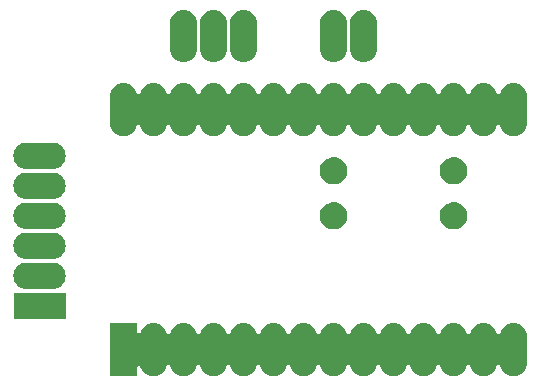
<source format=gbr>
G04 #@! TF.GenerationSoftware,KiCad,Pcbnew,(5.1.5)-3*
G04 #@! TF.CreationDate,2020-03-27T21:35:25+01:00*
G04 #@! TF.ProjectId,LoraWAN,4c6f7261-5741-44e2-9e6b-696361645f70,rev?*
G04 #@! TF.SameCoordinates,Original*
G04 #@! TF.FileFunction,Soldermask,Top*
G04 #@! TF.FilePolarity,Negative*
%FSLAX46Y46*%
G04 Gerber Fmt 4.6, Leading zero omitted, Abs format (unit mm)*
G04 Created by KiCad (PCBNEW (5.1.5)-3) date 2020-03-27 21:35:25*
%MOMM*%
%LPD*%
G04 APERTURE LIST*
%ADD10C,0.100000*%
G04 APERTURE END LIST*
D10*
G36*
X170410653Y-106878189D02*
G01*
X170632443Y-106945469D01*
X170836846Y-107054724D01*
X171016007Y-107201758D01*
X171163041Y-107380918D01*
X171272296Y-107585321D01*
X171339576Y-107807111D01*
X171356600Y-107979962D01*
X171356600Y-110245568D01*
X171339576Y-110418419D01*
X171272296Y-110640209D01*
X171163041Y-110844612D01*
X171016007Y-111023772D01*
X170836847Y-111170806D01*
X170632444Y-111280061D01*
X170410654Y-111347341D01*
X170180000Y-111370058D01*
X169949347Y-111347341D01*
X169727557Y-111280061D01*
X169523154Y-111170806D01*
X169343994Y-111023772D01*
X169196960Y-110844612D01*
X169087705Y-110640209D01*
X169029610Y-110448698D01*
X169020240Y-110426078D01*
X169006627Y-110405704D01*
X168989300Y-110388377D01*
X168968925Y-110374763D01*
X168946286Y-110365385D01*
X168922253Y-110360605D01*
X168897749Y-110360605D01*
X168873716Y-110365385D01*
X168851077Y-110374763D01*
X168830703Y-110388376D01*
X168813376Y-110405703D01*
X168799762Y-110426078D01*
X168790387Y-110448712D01*
X168732296Y-110640209D01*
X168623041Y-110844612D01*
X168476007Y-111023772D01*
X168296847Y-111170806D01*
X168092444Y-111280061D01*
X167870654Y-111347341D01*
X167640000Y-111370058D01*
X167409347Y-111347341D01*
X167187557Y-111280061D01*
X166983154Y-111170806D01*
X166803994Y-111023772D01*
X166656960Y-110844612D01*
X166547705Y-110640209D01*
X166489610Y-110448698D01*
X166480240Y-110426078D01*
X166466627Y-110405704D01*
X166449300Y-110388377D01*
X166428925Y-110374763D01*
X166406286Y-110365385D01*
X166382253Y-110360605D01*
X166357749Y-110360605D01*
X166333716Y-110365385D01*
X166311077Y-110374763D01*
X166290703Y-110388376D01*
X166273376Y-110405703D01*
X166259762Y-110426078D01*
X166250387Y-110448712D01*
X166192296Y-110640209D01*
X166083041Y-110844612D01*
X165936007Y-111023772D01*
X165756847Y-111170806D01*
X165552444Y-111280061D01*
X165330654Y-111347341D01*
X165100000Y-111370058D01*
X164869347Y-111347341D01*
X164647557Y-111280061D01*
X164443154Y-111170806D01*
X164263994Y-111023772D01*
X164116960Y-110844612D01*
X164007705Y-110640209D01*
X163949610Y-110448698D01*
X163940240Y-110426078D01*
X163926627Y-110405704D01*
X163909300Y-110388377D01*
X163888925Y-110374763D01*
X163866286Y-110365385D01*
X163842253Y-110360605D01*
X163817749Y-110360605D01*
X163793716Y-110365385D01*
X163771077Y-110374763D01*
X163750703Y-110388376D01*
X163733376Y-110405703D01*
X163719762Y-110426078D01*
X163710387Y-110448712D01*
X163652296Y-110640209D01*
X163543041Y-110844612D01*
X163396007Y-111023772D01*
X163216847Y-111170806D01*
X163012444Y-111280061D01*
X162790654Y-111347341D01*
X162560000Y-111370058D01*
X162329347Y-111347341D01*
X162107557Y-111280061D01*
X161903154Y-111170806D01*
X161723994Y-111023772D01*
X161576960Y-110844612D01*
X161467705Y-110640209D01*
X161409610Y-110448698D01*
X161400240Y-110426078D01*
X161386627Y-110405704D01*
X161369300Y-110388377D01*
X161348925Y-110374763D01*
X161326286Y-110365385D01*
X161302253Y-110360605D01*
X161277749Y-110360605D01*
X161253716Y-110365385D01*
X161231077Y-110374763D01*
X161210703Y-110388376D01*
X161193376Y-110405703D01*
X161179762Y-110426078D01*
X161170387Y-110448712D01*
X161112296Y-110640209D01*
X161003041Y-110844612D01*
X160856007Y-111023772D01*
X160676847Y-111170806D01*
X160472444Y-111280061D01*
X160250654Y-111347341D01*
X160020000Y-111370058D01*
X159789347Y-111347341D01*
X159567557Y-111280061D01*
X159363154Y-111170806D01*
X159183994Y-111023772D01*
X159036960Y-110844612D01*
X158927705Y-110640209D01*
X158869610Y-110448698D01*
X158860240Y-110426078D01*
X158846627Y-110405704D01*
X158829300Y-110388377D01*
X158808925Y-110374763D01*
X158786286Y-110365385D01*
X158762253Y-110360605D01*
X158737749Y-110360605D01*
X158713716Y-110365385D01*
X158691077Y-110374763D01*
X158670703Y-110388376D01*
X158653376Y-110405703D01*
X158639762Y-110426078D01*
X158630387Y-110448712D01*
X158572296Y-110640209D01*
X158463041Y-110844612D01*
X158316007Y-111023772D01*
X158136847Y-111170806D01*
X157932444Y-111280061D01*
X157710654Y-111347341D01*
X157480000Y-111370058D01*
X157249347Y-111347341D01*
X157027557Y-111280061D01*
X156823154Y-111170806D01*
X156643994Y-111023772D01*
X156496960Y-110844612D01*
X156387705Y-110640209D01*
X156329610Y-110448698D01*
X156320240Y-110426078D01*
X156306627Y-110405704D01*
X156289300Y-110388377D01*
X156268925Y-110374763D01*
X156246286Y-110365385D01*
X156222253Y-110360605D01*
X156197749Y-110360605D01*
X156173716Y-110365385D01*
X156151077Y-110374763D01*
X156130703Y-110388376D01*
X156113376Y-110405703D01*
X156099762Y-110426078D01*
X156090387Y-110448712D01*
X156032296Y-110640209D01*
X155923041Y-110844612D01*
X155776007Y-111023772D01*
X155596847Y-111170806D01*
X155392444Y-111280061D01*
X155170654Y-111347341D01*
X154940000Y-111370058D01*
X154709347Y-111347341D01*
X154487557Y-111280061D01*
X154283154Y-111170806D01*
X154103994Y-111023772D01*
X153956960Y-110844612D01*
X153847705Y-110640209D01*
X153789610Y-110448698D01*
X153780240Y-110426078D01*
X153766627Y-110405704D01*
X153749300Y-110388377D01*
X153728925Y-110374763D01*
X153706286Y-110365385D01*
X153682253Y-110360605D01*
X153657749Y-110360605D01*
X153633716Y-110365385D01*
X153611077Y-110374763D01*
X153590703Y-110388376D01*
X153573376Y-110405703D01*
X153559762Y-110426078D01*
X153550387Y-110448712D01*
X153492296Y-110640209D01*
X153383041Y-110844612D01*
X153236007Y-111023772D01*
X153056847Y-111170806D01*
X152852444Y-111280061D01*
X152630654Y-111347341D01*
X152400000Y-111370058D01*
X152169347Y-111347341D01*
X151947557Y-111280061D01*
X151743154Y-111170806D01*
X151563994Y-111023772D01*
X151416960Y-110844612D01*
X151307705Y-110640209D01*
X151249610Y-110448698D01*
X151240240Y-110426078D01*
X151226627Y-110405704D01*
X151209300Y-110388377D01*
X151188925Y-110374763D01*
X151166286Y-110365385D01*
X151142253Y-110360605D01*
X151117749Y-110360605D01*
X151093716Y-110365385D01*
X151071077Y-110374763D01*
X151050703Y-110388376D01*
X151033376Y-110405703D01*
X151019762Y-110426078D01*
X151010387Y-110448712D01*
X150952296Y-110640209D01*
X150843041Y-110844612D01*
X150696007Y-111023772D01*
X150516847Y-111170806D01*
X150312444Y-111280061D01*
X150090654Y-111347341D01*
X149860000Y-111370058D01*
X149629347Y-111347341D01*
X149407557Y-111280061D01*
X149203154Y-111170806D01*
X149023994Y-111023772D01*
X148876960Y-110844612D01*
X148767705Y-110640209D01*
X148709610Y-110448698D01*
X148700240Y-110426078D01*
X148686627Y-110405704D01*
X148669300Y-110388377D01*
X148648925Y-110374763D01*
X148626286Y-110365385D01*
X148602253Y-110360605D01*
X148577749Y-110360605D01*
X148553716Y-110365385D01*
X148531077Y-110374763D01*
X148510703Y-110388376D01*
X148493376Y-110405703D01*
X148479762Y-110426078D01*
X148470387Y-110448712D01*
X148412296Y-110640209D01*
X148303041Y-110844612D01*
X148156007Y-111023772D01*
X147976847Y-111170806D01*
X147772444Y-111280061D01*
X147550654Y-111347341D01*
X147320000Y-111370058D01*
X147089347Y-111347341D01*
X146867557Y-111280061D01*
X146663154Y-111170806D01*
X146483994Y-111023772D01*
X146336960Y-110844612D01*
X146227705Y-110640209D01*
X146169610Y-110448698D01*
X146160240Y-110426078D01*
X146146627Y-110405704D01*
X146129300Y-110388377D01*
X146108925Y-110374763D01*
X146086286Y-110365385D01*
X146062253Y-110360605D01*
X146037749Y-110360605D01*
X146013716Y-110365385D01*
X145991077Y-110374763D01*
X145970703Y-110388376D01*
X145953376Y-110405703D01*
X145939762Y-110426078D01*
X145930387Y-110448712D01*
X145872296Y-110640209D01*
X145763041Y-110844612D01*
X145616007Y-111023772D01*
X145436847Y-111170806D01*
X145232444Y-111280061D01*
X145010654Y-111347341D01*
X144780000Y-111370058D01*
X144549347Y-111347341D01*
X144327557Y-111280061D01*
X144123154Y-111170806D01*
X143943994Y-111023772D01*
X143796960Y-110844612D01*
X143687705Y-110640209D01*
X143629610Y-110448698D01*
X143620240Y-110426078D01*
X143606627Y-110405704D01*
X143589300Y-110388377D01*
X143568925Y-110374763D01*
X143546286Y-110365385D01*
X143522253Y-110360605D01*
X143497749Y-110360605D01*
X143473716Y-110365385D01*
X143451077Y-110374763D01*
X143430703Y-110388376D01*
X143413376Y-110405703D01*
X143399762Y-110426078D01*
X143390387Y-110448712D01*
X143332296Y-110640209D01*
X143223041Y-110844612D01*
X143076007Y-111023772D01*
X142896847Y-111170806D01*
X142692444Y-111280061D01*
X142470654Y-111347341D01*
X142240000Y-111370058D01*
X142009347Y-111347341D01*
X141787557Y-111280061D01*
X141583154Y-111170806D01*
X141403994Y-111023772D01*
X141256960Y-110844612D01*
X141147705Y-110640209D01*
X141089610Y-110448698D01*
X141080240Y-110426078D01*
X141066627Y-110405704D01*
X141049300Y-110388377D01*
X141028925Y-110374763D01*
X141006286Y-110365385D01*
X140982253Y-110360605D01*
X140957749Y-110360605D01*
X140933716Y-110365385D01*
X140911077Y-110374763D01*
X140890703Y-110388376D01*
X140873376Y-110405703D01*
X140859762Y-110426078D01*
X140850387Y-110448712D01*
X140792296Y-110640209D01*
X140683041Y-110844612D01*
X140536007Y-111023772D01*
X140356847Y-111170806D01*
X140152444Y-111280061D01*
X139930654Y-111347341D01*
X139700000Y-111370058D01*
X139469347Y-111347341D01*
X139247557Y-111280061D01*
X139043154Y-111170806D01*
X138863994Y-111023772D01*
X138716960Y-110844612D01*
X138607705Y-110640209D01*
X138581210Y-110552867D01*
X138571838Y-110530244D01*
X138558224Y-110509869D01*
X138540897Y-110492542D01*
X138520523Y-110478929D01*
X138497884Y-110469551D01*
X138473851Y-110464771D01*
X138449347Y-110464771D01*
X138425313Y-110469551D01*
X138402675Y-110478929D01*
X138382300Y-110492543D01*
X138364973Y-110509870D01*
X138351360Y-110530244D01*
X138341982Y-110552883D01*
X138336600Y-110589168D01*
X138336600Y-111364365D01*
X135983400Y-111364365D01*
X135983400Y-106861165D01*
X138336600Y-106861165D01*
X138336600Y-107636360D01*
X138339002Y-107660746D01*
X138346115Y-107684195D01*
X138357666Y-107705806D01*
X138373211Y-107724748D01*
X138392153Y-107740293D01*
X138413764Y-107751844D01*
X138437213Y-107758957D01*
X138461599Y-107761359D01*
X138485985Y-107758957D01*
X138509434Y-107751844D01*
X138531045Y-107740293D01*
X138549987Y-107724748D01*
X138565532Y-107705806D01*
X138581212Y-107672653D01*
X138607704Y-107585322D01*
X138716959Y-107380919D01*
X138863993Y-107201758D01*
X139043153Y-107054724D01*
X139247556Y-106945469D01*
X139469346Y-106878189D01*
X139700000Y-106855472D01*
X139930653Y-106878189D01*
X140152443Y-106945469D01*
X140356846Y-107054724D01*
X140536007Y-107201758D01*
X140683041Y-107380918D01*
X140792296Y-107585321D01*
X140850390Y-107776828D01*
X140859761Y-107799451D01*
X140873375Y-107819826D01*
X140890702Y-107837153D01*
X140911076Y-107850766D01*
X140933715Y-107860144D01*
X140957748Y-107864924D01*
X140982252Y-107864924D01*
X141006285Y-107860144D01*
X141028924Y-107850766D01*
X141049299Y-107837152D01*
X141066626Y-107819825D01*
X141080239Y-107799451D01*
X141089610Y-107776829D01*
X141147704Y-107585322D01*
X141256959Y-107380919D01*
X141403993Y-107201758D01*
X141583153Y-107054724D01*
X141787556Y-106945469D01*
X142009346Y-106878189D01*
X142240000Y-106855472D01*
X142470653Y-106878189D01*
X142692443Y-106945469D01*
X142896846Y-107054724D01*
X143076007Y-107201758D01*
X143223041Y-107380918D01*
X143332296Y-107585321D01*
X143390390Y-107776828D01*
X143399761Y-107799451D01*
X143413375Y-107819826D01*
X143430702Y-107837153D01*
X143451076Y-107850766D01*
X143473715Y-107860144D01*
X143497748Y-107864924D01*
X143522252Y-107864924D01*
X143546285Y-107860144D01*
X143568924Y-107850766D01*
X143589299Y-107837152D01*
X143606626Y-107819825D01*
X143620239Y-107799451D01*
X143629610Y-107776829D01*
X143687704Y-107585322D01*
X143796959Y-107380919D01*
X143943993Y-107201758D01*
X144123153Y-107054724D01*
X144327556Y-106945469D01*
X144549346Y-106878189D01*
X144780000Y-106855472D01*
X145010653Y-106878189D01*
X145232443Y-106945469D01*
X145436846Y-107054724D01*
X145616007Y-107201758D01*
X145763041Y-107380918D01*
X145872296Y-107585321D01*
X145930390Y-107776828D01*
X145939761Y-107799451D01*
X145953375Y-107819826D01*
X145970702Y-107837153D01*
X145991076Y-107850766D01*
X146013715Y-107860144D01*
X146037748Y-107864924D01*
X146062252Y-107864924D01*
X146086285Y-107860144D01*
X146108924Y-107850766D01*
X146129299Y-107837152D01*
X146146626Y-107819825D01*
X146160239Y-107799451D01*
X146169610Y-107776829D01*
X146227704Y-107585322D01*
X146336959Y-107380919D01*
X146483993Y-107201758D01*
X146663153Y-107054724D01*
X146867556Y-106945469D01*
X147089346Y-106878189D01*
X147320000Y-106855472D01*
X147550653Y-106878189D01*
X147772443Y-106945469D01*
X147976846Y-107054724D01*
X148156007Y-107201758D01*
X148303041Y-107380918D01*
X148412296Y-107585321D01*
X148470390Y-107776828D01*
X148479761Y-107799451D01*
X148493375Y-107819826D01*
X148510702Y-107837153D01*
X148531076Y-107850766D01*
X148553715Y-107860144D01*
X148577748Y-107864924D01*
X148602252Y-107864924D01*
X148626285Y-107860144D01*
X148648924Y-107850766D01*
X148669299Y-107837152D01*
X148686626Y-107819825D01*
X148700239Y-107799451D01*
X148709610Y-107776829D01*
X148767704Y-107585322D01*
X148876959Y-107380919D01*
X149023993Y-107201758D01*
X149203153Y-107054724D01*
X149407556Y-106945469D01*
X149629346Y-106878189D01*
X149860000Y-106855472D01*
X150090653Y-106878189D01*
X150312443Y-106945469D01*
X150516846Y-107054724D01*
X150696007Y-107201758D01*
X150843041Y-107380918D01*
X150952296Y-107585321D01*
X151010390Y-107776828D01*
X151019761Y-107799451D01*
X151033375Y-107819826D01*
X151050702Y-107837153D01*
X151071076Y-107850766D01*
X151093715Y-107860144D01*
X151117748Y-107864924D01*
X151142252Y-107864924D01*
X151166285Y-107860144D01*
X151188924Y-107850766D01*
X151209299Y-107837152D01*
X151226626Y-107819825D01*
X151240239Y-107799451D01*
X151249610Y-107776829D01*
X151307704Y-107585322D01*
X151416959Y-107380919D01*
X151563993Y-107201758D01*
X151743153Y-107054724D01*
X151947556Y-106945469D01*
X152169346Y-106878189D01*
X152400000Y-106855472D01*
X152630653Y-106878189D01*
X152852443Y-106945469D01*
X153056846Y-107054724D01*
X153236007Y-107201758D01*
X153383041Y-107380918D01*
X153492296Y-107585321D01*
X153550390Y-107776828D01*
X153559761Y-107799451D01*
X153573375Y-107819826D01*
X153590702Y-107837153D01*
X153611076Y-107850766D01*
X153633715Y-107860144D01*
X153657748Y-107864924D01*
X153682252Y-107864924D01*
X153706285Y-107860144D01*
X153728924Y-107850766D01*
X153749299Y-107837152D01*
X153766626Y-107819825D01*
X153780239Y-107799451D01*
X153789610Y-107776829D01*
X153847704Y-107585322D01*
X153956959Y-107380919D01*
X154103993Y-107201758D01*
X154283153Y-107054724D01*
X154487556Y-106945469D01*
X154709346Y-106878189D01*
X154940000Y-106855472D01*
X155170653Y-106878189D01*
X155392443Y-106945469D01*
X155596846Y-107054724D01*
X155776007Y-107201758D01*
X155923041Y-107380918D01*
X156032296Y-107585321D01*
X156090390Y-107776828D01*
X156099761Y-107799451D01*
X156113375Y-107819826D01*
X156130702Y-107837153D01*
X156151076Y-107850766D01*
X156173715Y-107860144D01*
X156197748Y-107864924D01*
X156222252Y-107864924D01*
X156246285Y-107860144D01*
X156268924Y-107850766D01*
X156289299Y-107837152D01*
X156306626Y-107819825D01*
X156320239Y-107799451D01*
X156329610Y-107776829D01*
X156387704Y-107585322D01*
X156496959Y-107380919D01*
X156643993Y-107201758D01*
X156823153Y-107054724D01*
X157027556Y-106945469D01*
X157249346Y-106878189D01*
X157480000Y-106855472D01*
X157710653Y-106878189D01*
X157932443Y-106945469D01*
X158136846Y-107054724D01*
X158316007Y-107201758D01*
X158463041Y-107380918D01*
X158572296Y-107585321D01*
X158630390Y-107776828D01*
X158639761Y-107799451D01*
X158653375Y-107819826D01*
X158670702Y-107837153D01*
X158691076Y-107850766D01*
X158713715Y-107860144D01*
X158737748Y-107864924D01*
X158762252Y-107864924D01*
X158786285Y-107860144D01*
X158808924Y-107850766D01*
X158829299Y-107837152D01*
X158846626Y-107819825D01*
X158860239Y-107799451D01*
X158869610Y-107776829D01*
X158927704Y-107585322D01*
X159036959Y-107380919D01*
X159183993Y-107201758D01*
X159363153Y-107054724D01*
X159567556Y-106945469D01*
X159789346Y-106878189D01*
X160020000Y-106855472D01*
X160250653Y-106878189D01*
X160472443Y-106945469D01*
X160676846Y-107054724D01*
X160856007Y-107201758D01*
X161003041Y-107380918D01*
X161112296Y-107585321D01*
X161170390Y-107776828D01*
X161179761Y-107799451D01*
X161193375Y-107819826D01*
X161210702Y-107837153D01*
X161231076Y-107850766D01*
X161253715Y-107860144D01*
X161277748Y-107864924D01*
X161302252Y-107864924D01*
X161326285Y-107860144D01*
X161348924Y-107850766D01*
X161369299Y-107837152D01*
X161386626Y-107819825D01*
X161400239Y-107799451D01*
X161409610Y-107776829D01*
X161467704Y-107585322D01*
X161576959Y-107380919D01*
X161723993Y-107201758D01*
X161903153Y-107054724D01*
X162107556Y-106945469D01*
X162329346Y-106878189D01*
X162560000Y-106855472D01*
X162790653Y-106878189D01*
X163012443Y-106945469D01*
X163216846Y-107054724D01*
X163396007Y-107201758D01*
X163543041Y-107380918D01*
X163652296Y-107585321D01*
X163710390Y-107776828D01*
X163719761Y-107799451D01*
X163733375Y-107819826D01*
X163750702Y-107837153D01*
X163771076Y-107850766D01*
X163793715Y-107860144D01*
X163817748Y-107864924D01*
X163842252Y-107864924D01*
X163866285Y-107860144D01*
X163888924Y-107850766D01*
X163909299Y-107837152D01*
X163926626Y-107819825D01*
X163940239Y-107799451D01*
X163949610Y-107776829D01*
X164007704Y-107585322D01*
X164116959Y-107380919D01*
X164263993Y-107201758D01*
X164443153Y-107054724D01*
X164647556Y-106945469D01*
X164869346Y-106878189D01*
X165100000Y-106855472D01*
X165330653Y-106878189D01*
X165552443Y-106945469D01*
X165756846Y-107054724D01*
X165936007Y-107201758D01*
X166083041Y-107380918D01*
X166192296Y-107585321D01*
X166250390Y-107776828D01*
X166259761Y-107799451D01*
X166273375Y-107819826D01*
X166290702Y-107837153D01*
X166311076Y-107850766D01*
X166333715Y-107860144D01*
X166357748Y-107864924D01*
X166382252Y-107864924D01*
X166406285Y-107860144D01*
X166428924Y-107850766D01*
X166449299Y-107837152D01*
X166466626Y-107819825D01*
X166480239Y-107799451D01*
X166489610Y-107776829D01*
X166547704Y-107585322D01*
X166656959Y-107380919D01*
X166803993Y-107201758D01*
X166983153Y-107054724D01*
X167187556Y-106945469D01*
X167409346Y-106878189D01*
X167640000Y-106855472D01*
X167870653Y-106878189D01*
X168092443Y-106945469D01*
X168296846Y-107054724D01*
X168476007Y-107201758D01*
X168623041Y-107380918D01*
X168732296Y-107585321D01*
X168790390Y-107776828D01*
X168799761Y-107799451D01*
X168813375Y-107819826D01*
X168830702Y-107837153D01*
X168851076Y-107850766D01*
X168873715Y-107860144D01*
X168897748Y-107864924D01*
X168922252Y-107864924D01*
X168946285Y-107860144D01*
X168968924Y-107850766D01*
X168989299Y-107837152D01*
X169006626Y-107819825D01*
X169020239Y-107799451D01*
X169029610Y-107776829D01*
X169087704Y-107585322D01*
X169196959Y-107380919D01*
X169343993Y-107201758D01*
X169523153Y-107054724D01*
X169727556Y-106945469D01*
X169949346Y-106878189D01*
X170180000Y-106855472D01*
X170410653Y-106878189D01*
G37*
G36*
X132249000Y-106536000D02*
G01*
X127847000Y-106536000D01*
X127847000Y-104284000D01*
X132249000Y-104284000D01*
X132249000Y-106536000D01*
G37*
G36*
X131233456Y-101749431D02*
G01*
X131343735Y-101760292D01*
X131500759Y-101807925D01*
X131555990Y-101824679D01*
X131751598Y-101929234D01*
X131923055Y-102069945D01*
X132063766Y-102241402D01*
X132168321Y-102437010D01*
X132168322Y-102437014D01*
X132232708Y-102649265D01*
X132254448Y-102870000D01*
X132232708Y-103090735D01*
X132185075Y-103247759D01*
X132168321Y-103302990D01*
X132063766Y-103498598D01*
X131923055Y-103670055D01*
X131751598Y-103810766D01*
X131555990Y-103915321D01*
X131500759Y-103932075D01*
X131343735Y-103979708D01*
X131233456Y-103990569D01*
X131178317Y-103996000D01*
X128917683Y-103996000D01*
X128862544Y-103990569D01*
X128752265Y-103979708D01*
X128595241Y-103932075D01*
X128540010Y-103915321D01*
X128344402Y-103810766D01*
X128172945Y-103670055D01*
X128032234Y-103498598D01*
X127927679Y-103302990D01*
X127910925Y-103247759D01*
X127863292Y-103090735D01*
X127841552Y-102870000D01*
X127863292Y-102649265D01*
X127927678Y-102437014D01*
X127927679Y-102437010D01*
X128032234Y-102241402D01*
X128172945Y-102069945D01*
X128344402Y-101929234D01*
X128540010Y-101824679D01*
X128595241Y-101807925D01*
X128752265Y-101760292D01*
X128862544Y-101749431D01*
X128917683Y-101744000D01*
X131178317Y-101744000D01*
X131233456Y-101749431D01*
G37*
G36*
X131233456Y-99209431D02*
G01*
X131343735Y-99220292D01*
X131500759Y-99267925D01*
X131555990Y-99284679D01*
X131751598Y-99389234D01*
X131923055Y-99529945D01*
X132063766Y-99701402D01*
X132168321Y-99897010D01*
X132168322Y-99897014D01*
X132232708Y-100109265D01*
X132254448Y-100330000D01*
X132232708Y-100550735D01*
X132185075Y-100707759D01*
X132168321Y-100762990D01*
X132063766Y-100958598D01*
X131923055Y-101130055D01*
X131751598Y-101270766D01*
X131555990Y-101375321D01*
X131500759Y-101392075D01*
X131343735Y-101439708D01*
X131233456Y-101450569D01*
X131178317Y-101456000D01*
X128917683Y-101456000D01*
X128862544Y-101450569D01*
X128752265Y-101439708D01*
X128595241Y-101392075D01*
X128540010Y-101375321D01*
X128344402Y-101270766D01*
X128172945Y-101130055D01*
X128032234Y-100958598D01*
X127927679Y-100762990D01*
X127910925Y-100707759D01*
X127863292Y-100550735D01*
X127841552Y-100330000D01*
X127863292Y-100109265D01*
X127927678Y-99897014D01*
X127927679Y-99897010D01*
X128032234Y-99701402D01*
X128172945Y-99529945D01*
X128344402Y-99389234D01*
X128540010Y-99284679D01*
X128595241Y-99267925D01*
X128752265Y-99220292D01*
X128862544Y-99209431D01*
X128917683Y-99204000D01*
X131178317Y-99204000D01*
X131233456Y-99209431D01*
G37*
G36*
X155164549Y-96661116D02*
G01*
X155275734Y-96683232D01*
X155485203Y-96769997D01*
X155673720Y-96895960D01*
X155834040Y-97056280D01*
X155960003Y-97244797D01*
X156046768Y-97454266D01*
X156091000Y-97676636D01*
X156091000Y-97903364D01*
X156046768Y-98125734D01*
X155960003Y-98335203D01*
X155834040Y-98523720D01*
X155673720Y-98684040D01*
X155485203Y-98810003D01*
X155275734Y-98896768D01*
X155179048Y-98916000D01*
X155053365Y-98941000D01*
X154826635Y-98941000D01*
X154700952Y-98916000D01*
X154604266Y-98896768D01*
X154394797Y-98810003D01*
X154206280Y-98684040D01*
X154045960Y-98523720D01*
X153919997Y-98335203D01*
X153833232Y-98125734D01*
X153789000Y-97903364D01*
X153789000Y-97676636D01*
X153833232Y-97454266D01*
X153919997Y-97244797D01*
X154045960Y-97056280D01*
X154206280Y-96895960D01*
X154394797Y-96769997D01*
X154604266Y-96683232D01*
X154715451Y-96661116D01*
X154826635Y-96639000D01*
X155053365Y-96639000D01*
X155164549Y-96661116D01*
G37*
G36*
X165324549Y-96661116D02*
G01*
X165435734Y-96683232D01*
X165645203Y-96769997D01*
X165833720Y-96895960D01*
X165994040Y-97056280D01*
X166120003Y-97244797D01*
X166206768Y-97454266D01*
X166251000Y-97676636D01*
X166251000Y-97903364D01*
X166206768Y-98125734D01*
X166120003Y-98335203D01*
X165994040Y-98523720D01*
X165833720Y-98684040D01*
X165645203Y-98810003D01*
X165435734Y-98896768D01*
X165339048Y-98916000D01*
X165213365Y-98941000D01*
X164986635Y-98941000D01*
X164860952Y-98916000D01*
X164764266Y-98896768D01*
X164554797Y-98810003D01*
X164366280Y-98684040D01*
X164205960Y-98523720D01*
X164079997Y-98335203D01*
X163993232Y-98125734D01*
X163949000Y-97903364D01*
X163949000Y-97676636D01*
X163993232Y-97454266D01*
X164079997Y-97244797D01*
X164205960Y-97056280D01*
X164366280Y-96895960D01*
X164554797Y-96769997D01*
X164764266Y-96683232D01*
X164875451Y-96661116D01*
X164986635Y-96639000D01*
X165213365Y-96639000D01*
X165324549Y-96661116D01*
G37*
G36*
X131233456Y-96669431D02*
G01*
X131343735Y-96680292D01*
X131500759Y-96727925D01*
X131555990Y-96744679D01*
X131751598Y-96849234D01*
X131923055Y-96989945D01*
X132063766Y-97161402D01*
X132168321Y-97357010D01*
X132168322Y-97357014D01*
X132232708Y-97569265D01*
X132254448Y-97790000D01*
X132232708Y-98010735D01*
X132197823Y-98125734D01*
X132168321Y-98222990D01*
X132063766Y-98418598D01*
X131923055Y-98590055D01*
X131751598Y-98730766D01*
X131555990Y-98835321D01*
X131500759Y-98852075D01*
X131343735Y-98899708D01*
X131233456Y-98910569D01*
X131178317Y-98916000D01*
X128917683Y-98916000D01*
X128862544Y-98910569D01*
X128752265Y-98899708D01*
X128595241Y-98852075D01*
X128540010Y-98835321D01*
X128344402Y-98730766D01*
X128172945Y-98590055D01*
X128032234Y-98418598D01*
X127927679Y-98222990D01*
X127898177Y-98125734D01*
X127863292Y-98010735D01*
X127841552Y-97790000D01*
X127863292Y-97569265D01*
X127927678Y-97357014D01*
X127927679Y-97357010D01*
X128032234Y-97161402D01*
X128172945Y-96989945D01*
X128344402Y-96849234D01*
X128540010Y-96744679D01*
X128595241Y-96727925D01*
X128752265Y-96680292D01*
X128862544Y-96669431D01*
X128917683Y-96664000D01*
X131178317Y-96664000D01*
X131233456Y-96669431D01*
G37*
G36*
X131233456Y-94129431D02*
G01*
X131343735Y-94140292D01*
X131500759Y-94187925D01*
X131555990Y-94204679D01*
X131751598Y-94309234D01*
X131923055Y-94449945D01*
X132063766Y-94621402D01*
X132168321Y-94817010D01*
X132168322Y-94817014D01*
X132232708Y-95029265D01*
X132254448Y-95250000D01*
X132232708Y-95470735D01*
X132185075Y-95627759D01*
X132168321Y-95682990D01*
X132063766Y-95878598D01*
X131923055Y-96050055D01*
X131751598Y-96190766D01*
X131555990Y-96295321D01*
X131500759Y-96312075D01*
X131343735Y-96359708D01*
X131233456Y-96370569D01*
X131178317Y-96376000D01*
X128917683Y-96376000D01*
X128862544Y-96370569D01*
X128752265Y-96359708D01*
X128595241Y-96312075D01*
X128540010Y-96295321D01*
X128344402Y-96190766D01*
X128172945Y-96050055D01*
X128032234Y-95878598D01*
X127927679Y-95682990D01*
X127910925Y-95627759D01*
X127863292Y-95470735D01*
X127841552Y-95250000D01*
X127863292Y-95029265D01*
X127927678Y-94817014D01*
X127927679Y-94817010D01*
X128032234Y-94621402D01*
X128172945Y-94449945D01*
X128344402Y-94309234D01*
X128540010Y-94204679D01*
X128595241Y-94187925D01*
X128752265Y-94140292D01*
X128862544Y-94129431D01*
X128917683Y-94124000D01*
X131178317Y-94124000D01*
X131233456Y-94129431D01*
G37*
G36*
X155164548Y-92851118D02*
G01*
X155275733Y-92873234D01*
X155485202Y-92959999D01*
X155673719Y-93085962D01*
X155834039Y-93246282D01*
X155960002Y-93434799D01*
X156046767Y-93644268D01*
X156090999Y-93866638D01*
X156090999Y-94093366D01*
X156046767Y-94315736D01*
X155960002Y-94525205D01*
X155834039Y-94713722D01*
X155673719Y-94874042D01*
X155485202Y-95000005D01*
X155275733Y-95086770D01*
X155164548Y-95108886D01*
X155053364Y-95131002D01*
X154826634Y-95131002D01*
X154715450Y-95108886D01*
X154604265Y-95086770D01*
X154394796Y-95000005D01*
X154206279Y-94874042D01*
X154045959Y-94713722D01*
X153919996Y-94525205D01*
X153833231Y-94315736D01*
X153788999Y-94093366D01*
X153788999Y-93866638D01*
X153833231Y-93644268D01*
X153919996Y-93434799D01*
X154045959Y-93246282D01*
X154206279Y-93085962D01*
X154394796Y-92959999D01*
X154604265Y-92873234D01*
X154715450Y-92851118D01*
X154826634Y-92829002D01*
X155053364Y-92829002D01*
X155164548Y-92851118D01*
G37*
G36*
X165324548Y-92851118D02*
G01*
X165435733Y-92873234D01*
X165645202Y-92959999D01*
X165833719Y-93085962D01*
X165994039Y-93246282D01*
X166120002Y-93434799D01*
X166206767Y-93644268D01*
X166250999Y-93866638D01*
X166250999Y-94093366D01*
X166206767Y-94315736D01*
X166120002Y-94525205D01*
X165994039Y-94713722D01*
X165833719Y-94874042D01*
X165645202Y-95000005D01*
X165435733Y-95086770D01*
X165324548Y-95108886D01*
X165213364Y-95131002D01*
X164986634Y-95131002D01*
X164875450Y-95108886D01*
X164764265Y-95086770D01*
X164554796Y-95000005D01*
X164366279Y-94874042D01*
X164205959Y-94713722D01*
X164079996Y-94525205D01*
X163993231Y-94315736D01*
X163948999Y-94093366D01*
X163948999Y-93866638D01*
X163993231Y-93644268D01*
X164079996Y-93434799D01*
X164205959Y-93246282D01*
X164366279Y-93085962D01*
X164554796Y-92959999D01*
X164764265Y-92873234D01*
X164875450Y-92851118D01*
X164986634Y-92829002D01*
X165213364Y-92829002D01*
X165324548Y-92851118D01*
G37*
G36*
X131233456Y-91589431D02*
G01*
X131343735Y-91600292D01*
X131500759Y-91647925D01*
X131555990Y-91664679D01*
X131751598Y-91769234D01*
X131923055Y-91909945D01*
X132063766Y-92081402D01*
X132168321Y-92277010D01*
X132168322Y-92277014D01*
X132232708Y-92489265D01*
X132254448Y-92710000D01*
X132232708Y-92930735D01*
X132185620Y-93085962D01*
X132168321Y-93142990D01*
X132063766Y-93338598D01*
X131923055Y-93510055D01*
X131751598Y-93650766D01*
X131555990Y-93755321D01*
X131500759Y-93772075D01*
X131343735Y-93819708D01*
X131233456Y-93830569D01*
X131178317Y-93836000D01*
X128917683Y-93836000D01*
X128862544Y-93830569D01*
X128752265Y-93819708D01*
X128595241Y-93772075D01*
X128540010Y-93755321D01*
X128344402Y-93650766D01*
X128172945Y-93510055D01*
X128032234Y-93338598D01*
X127927679Y-93142990D01*
X127910380Y-93085962D01*
X127863292Y-92930735D01*
X127841552Y-92710000D01*
X127863292Y-92489265D01*
X127927678Y-92277014D01*
X127927679Y-92277010D01*
X128032234Y-92081402D01*
X128172945Y-91909945D01*
X128344402Y-91769234D01*
X128540010Y-91664679D01*
X128595241Y-91647925D01*
X128752265Y-91600292D01*
X128862544Y-91589431D01*
X128917683Y-91584000D01*
X131178317Y-91584000D01*
X131233456Y-91589431D01*
G37*
G36*
X170410653Y-86558189D02*
G01*
X170632443Y-86625469D01*
X170836846Y-86734724D01*
X171016007Y-86881758D01*
X171163041Y-87060918D01*
X171272296Y-87265321D01*
X171339576Y-87487111D01*
X171356600Y-87659962D01*
X171356600Y-89925568D01*
X171339576Y-90098419D01*
X171272296Y-90320209D01*
X171163041Y-90524612D01*
X171016007Y-90703772D01*
X170836847Y-90850806D01*
X170632444Y-90960061D01*
X170410654Y-91027341D01*
X170180000Y-91050058D01*
X169949347Y-91027341D01*
X169727557Y-90960061D01*
X169523154Y-90850806D01*
X169343994Y-90703772D01*
X169196960Y-90524612D01*
X169087705Y-90320209D01*
X169029610Y-90128698D01*
X169020240Y-90106078D01*
X169006627Y-90085704D01*
X168989300Y-90068377D01*
X168968925Y-90054763D01*
X168946286Y-90045385D01*
X168922253Y-90040605D01*
X168897749Y-90040605D01*
X168873716Y-90045385D01*
X168851077Y-90054763D01*
X168830703Y-90068376D01*
X168813376Y-90085703D01*
X168799762Y-90106078D01*
X168790387Y-90128712D01*
X168732296Y-90320209D01*
X168623041Y-90524612D01*
X168476007Y-90703772D01*
X168296847Y-90850806D01*
X168092444Y-90960061D01*
X167870654Y-91027341D01*
X167640000Y-91050058D01*
X167409347Y-91027341D01*
X167187557Y-90960061D01*
X166983154Y-90850806D01*
X166803994Y-90703772D01*
X166656960Y-90524612D01*
X166547705Y-90320209D01*
X166489610Y-90128698D01*
X166480240Y-90106078D01*
X166466627Y-90085704D01*
X166449300Y-90068377D01*
X166428925Y-90054763D01*
X166406286Y-90045385D01*
X166382253Y-90040605D01*
X166357749Y-90040605D01*
X166333716Y-90045385D01*
X166311077Y-90054763D01*
X166290703Y-90068376D01*
X166273376Y-90085703D01*
X166259762Y-90106078D01*
X166250387Y-90128712D01*
X166192296Y-90320209D01*
X166083041Y-90524612D01*
X165936007Y-90703772D01*
X165756847Y-90850806D01*
X165552444Y-90960061D01*
X165330654Y-91027341D01*
X165100000Y-91050058D01*
X164869347Y-91027341D01*
X164647557Y-90960061D01*
X164443154Y-90850806D01*
X164263994Y-90703772D01*
X164116960Y-90524612D01*
X164007705Y-90320209D01*
X163949610Y-90128698D01*
X163940240Y-90106078D01*
X163926627Y-90085704D01*
X163909300Y-90068377D01*
X163888925Y-90054763D01*
X163866286Y-90045385D01*
X163842253Y-90040605D01*
X163817749Y-90040605D01*
X163793716Y-90045385D01*
X163771077Y-90054763D01*
X163750703Y-90068376D01*
X163733376Y-90085703D01*
X163719762Y-90106078D01*
X163710387Y-90128712D01*
X163652296Y-90320209D01*
X163543041Y-90524612D01*
X163396007Y-90703772D01*
X163216847Y-90850806D01*
X163012444Y-90960061D01*
X162790654Y-91027341D01*
X162560000Y-91050058D01*
X162329347Y-91027341D01*
X162107557Y-90960061D01*
X161903154Y-90850806D01*
X161723994Y-90703772D01*
X161576960Y-90524612D01*
X161467705Y-90320209D01*
X161409610Y-90128698D01*
X161400240Y-90106078D01*
X161386627Y-90085704D01*
X161369300Y-90068377D01*
X161348925Y-90054763D01*
X161326286Y-90045385D01*
X161302253Y-90040605D01*
X161277749Y-90040605D01*
X161253716Y-90045385D01*
X161231077Y-90054763D01*
X161210703Y-90068376D01*
X161193376Y-90085703D01*
X161179762Y-90106078D01*
X161170387Y-90128712D01*
X161112296Y-90320209D01*
X161003041Y-90524612D01*
X160856007Y-90703772D01*
X160676847Y-90850806D01*
X160472444Y-90960061D01*
X160250654Y-91027341D01*
X160020000Y-91050058D01*
X159789347Y-91027341D01*
X159567557Y-90960061D01*
X159363154Y-90850806D01*
X159183994Y-90703772D01*
X159036960Y-90524612D01*
X158927705Y-90320209D01*
X158869610Y-90128698D01*
X158860240Y-90106078D01*
X158846627Y-90085704D01*
X158829300Y-90068377D01*
X158808925Y-90054763D01*
X158786286Y-90045385D01*
X158762253Y-90040605D01*
X158737749Y-90040605D01*
X158713716Y-90045385D01*
X158691077Y-90054763D01*
X158670703Y-90068376D01*
X158653376Y-90085703D01*
X158639762Y-90106078D01*
X158630387Y-90128712D01*
X158572296Y-90320209D01*
X158463041Y-90524612D01*
X158316007Y-90703772D01*
X158136847Y-90850806D01*
X157932444Y-90960061D01*
X157710654Y-91027341D01*
X157480000Y-91050058D01*
X157249347Y-91027341D01*
X157027557Y-90960061D01*
X156823154Y-90850806D01*
X156643994Y-90703772D01*
X156496960Y-90524612D01*
X156387705Y-90320209D01*
X156329610Y-90128698D01*
X156320240Y-90106078D01*
X156306627Y-90085704D01*
X156289300Y-90068377D01*
X156268925Y-90054763D01*
X156246286Y-90045385D01*
X156222253Y-90040605D01*
X156197749Y-90040605D01*
X156173716Y-90045385D01*
X156151077Y-90054763D01*
X156130703Y-90068376D01*
X156113376Y-90085703D01*
X156099762Y-90106078D01*
X156090387Y-90128712D01*
X156032296Y-90320209D01*
X155923041Y-90524612D01*
X155776007Y-90703772D01*
X155596847Y-90850806D01*
X155392444Y-90960061D01*
X155170654Y-91027341D01*
X154940000Y-91050058D01*
X154709347Y-91027341D01*
X154487557Y-90960061D01*
X154283154Y-90850806D01*
X154103994Y-90703772D01*
X153956960Y-90524612D01*
X153847705Y-90320209D01*
X153789610Y-90128698D01*
X153780240Y-90106078D01*
X153766627Y-90085704D01*
X153749300Y-90068377D01*
X153728925Y-90054763D01*
X153706286Y-90045385D01*
X153682253Y-90040605D01*
X153657749Y-90040605D01*
X153633716Y-90045385D01*
X153611077Y-90054763D01*
X153590703Y-90068376D01*
X153573376Y-90085703D01*
X153559762Y-90106078D01*
X153550387Y-90128712D01*
X153492296Y-90320209D01*
X153383041Y-90524612D01*
X153236007Y-90703772D01*
X153056847Y-90850806D01*
X152852444Y-90960061D01*
X152630654Y-91027341D01*
X152400000Y-91050058D01*
X152169347Y-91027341D01*
X151947557Y-90960061D01*
X151743154Y-90850806D01*
X151563994Y-90703772D01*
X151416960Y-90524612D01*
X151307705Y-90320209D01*
X151249610Y-90128698D01*
X151240240Y-90106078D01*
X151226627Y-90085704D01*
X151209300Y-90068377D01*
X151188925Y-90054763D01*
X151166286Y-90045385D01*
X151142253Y-90040605D01*
X151117749Y-90040605D01*
X151093716Y-90045385D01*
X151071077Y-90054763D01*
X151050703Y-90068376D01*
X151033376Y-90085703D01*
X151019762Y-90106078D01*
X151010387Y-90128712D01*
X150952296Y-90320209D01*
X150843041Y-90524612D01*
X150696007Y-90703772D01*
X150516847Y-90850806D01*
X150312444Y-90960061D01*
X150090654Y-91027341D01*
X149860000Y-91050058D01*
X149629347Y-91027341D01*
X149407557Y-90960061D01*
X149203154Y-90850806D01*
X149023994Y-90703772D01*
X148876960Y-90524612D01*
X148767705Y-90320209D01*
X148709610Y-90128698D01*
X148700240Y-90106078D01*
X148686627Y-90085704D01*
X148669300Y-90068377D01*
X148648925Y-90054763D01*
X148626286Y-90045385D01*
X148602253Y-90040605D01*
X148577749Y-90040605D01*
X148553716Y-90045385D01*
X148531077Y-90054763D01*
X148510703Y-90068376D01*
X148493376Y-90085703D01*
X148479762Y-90106078D01*
X148470387Y-90128712D01*
X148412296Y-90320209D01*
X148303041Y-90524612D01*
X148156007Y-90703772D01*
X147976847Y-90850806D01*
X147772444Y-90960061D01*
X147550654Y-91027341D01*
X147320000Y-91050058D01*
X147089347Y-91027341D01*
X146867557Y-90960061D01*
X146663154Y-90850806D01*
X146483994Y-90703772D01*
X146336960Y-90524612D01*
X146227705Y-90320209D01*
X146169610Y-90128698D01*
X146160240Y-90106078D01*
X146146627Y-90085704D01*
X146129300Y-90068377D01*
X146108925Y-90054763D01*
X146086286Y-90045385D01*
X146062253Y-90040605D01*
X146037749Y-90040605D01*
X146013716Y-90045385D01*
X145991077Y-90054763D01*
X145970703Y-90068376D01*
X145953376Y-90085703D01*
X145939762Y-90106078D01*
X145930387Y-90128712D01*
X145872296Y-90320209D01*
X145763041Y-90524612D01*
X145616007Y-90703772D01*
X145436847Y-90850806D01*
X145232444Y-90960061D01*
X145010654Y-91027341D01*
X144780000Y-91050058D01*
X144549347Y-91027341D01*
X144327557Y-90960061D01*
X144123154Y-90850806D01*
X143943994Y-90703772D01*
X143796960Y-90524612D01*
X143687705Y-90320209D01*
X143629610Y-90128698D01*
X143620240Y-90106078D01*
X143606627Y-90085704D01*
X143589300Y-90068377D01*
X143568925Y-90054763D01*
X143546286Y-90045385D01*
X143522253Y-90040605D01*
X143497749Y-90040605D01*
X143473716Y-90045385D01*
X143451077Y-90054763D01*
X143430703Y-90068376D01*
X143413376Y-90085703D01*
X143399762Y-90106078D01*
X143390387Y-90128712D01*
X143332296Y-90320209D01*
X143223041Y-90524612D01*
X143076007Y-90703772D01*
X142896847Y-90850806D01*
X142692444Y-90960061D01*
X142470654Y-91027341D01*
X142240000Y-91050058D01*
X142009347Y-91027341D01*
X141787557Y-90960061D01*
X141583154Y-90850806D01*
X141403994Y-90703772D01*
X141256960Y-90524612D01*
X141147705Y-90320209D01*
X141089610Y-90128698D01*
X141080240Y-90106078D01*
X141066627Y-90085704D01*
X141049300Y-90068377D01*
X141028925Y-90054763D01*
X141006286Y-90045385D01*
X140982253Y-90040605D01*
X140957749Y-90040605D01*
X140933716Y-90045385D01*
X140911077Y-90054763D01*
X140890703Y-90068376D01*
X140873376Y-90085703D01*
X140859762Y-90106078D01*
X140850387Y-90128712D01*
X140792296Y-90320209D01*
X140683041Y-90524612D01*
X140536007Y-90703772D01*
X140356847Y-90850806D01*
X140152444Y-90960061D01*
X139930654Y-91027341D01*
X139700000Y-91050058D01*
X139469347Y-91027341D01*
X139247557Y-90960061D01*
X139043154Y-90850806D01*
X138863994Y-90703772D01*
X138716960Y-90524612D01*
X138607705Y-90320209D01*
X138549610Y-90128698D01*
X138540240Y-90106078D01*
X138526627Y-90085704D01*
X138509300Y-90068377D01*
X138488925Y-90054763D01*
X138466286Y-90045385D01*
X138442253Y-90040605D01*
X138417749Y-90040605D01*
X138393716Y-90045385D01*
X138371077Y-90054763D01*
X138350703Y-90068376D01*
X138333376Y-90085703D01*
X138319762Y-90106078D01*
X138310387Y-90128712D01*
X138252296Y-90320209D01*
X138143041Y-90524612D01*
X137996007Y-90703772D01*
X137816847Y-90850806D01*
X137612444Y-90960061D01*
X137390654Y-91027341D01*
X137160000Y-91050058D01*
X136929347Y-91027341D01*
X136707557Y-90960061D01*
X136503154Y-90850806D01*
X136323994Y-90703772D01*
X136176960Y-90524612D01*
X136067705Y-90320209D01*
X136000425Y-90098419D01*
X135983401Y-89925568D01*
X135983400Y-87659963D01*
X136000424Y-87487112D01*
X136067704Y-87265322D01*
X136176959Y-87060919D01*
X136323993Y-86881758D01*
X136503153Y-86734724D01*
X136707556Y-86625469D01*
X136929346Y-86558189D01*
X137160000Y-86535472D01*
X137390653Y-86558189D01*
X137612443Y-86625469D01*
X137816846Y-86734724D01*
X137996007Y-86881758D01*
X138143041Y-87060918D01*
X138252296Y-87265321D01*
X138310390Y-87456828D01*
X138319761Y-87479451D01*
X138333375Y-87499826D01*
X138350702Y-87517153D01*
X138371076Y-87530766D01*
X138393715Y-87540144D01*
X138417748Y-87544924D01*
X138442252Y-87544924D01*
X138466285Y-87540144D01*
X138488924Y-87530766D01*
X138509299Y-87517152D01*
X138526626Y-87499825D01*
X138540239Y-87479451D01*
X138549610Y-87456829D01*
X138607704Y-87265322D01*
X138716959Y-87060919D01*
X138863993Y-86881758D01*
X139043153Y-86734724D01*
X139247556Y-86625469D01*
X139469346Y-86558189D01*
X139700000Y-86535472D01*
X139930653Y-86558189D01*
X140152443Y-86625469D01*
X140356846Y-86734724D01*
X140536007Y-86881758D01*
X140683041Y-87060918D01*
X140792296Y-87265321D01*
X140850390Y-87456828D01*
X140859761Y-87479451D01*
X140873375Y-87499826D01*
X140890702Y-87517153D01*
X140911076Y-87530766D01*
X140933715Y-87540144D01*
X140957748Y-87544924D01*
X140982252Y-87544924D01*
X141006285Y-87540144D01*
X141028924Y-87530766D01*
X141049299Y-87517152D01*
X141066626Y-87499825D01*
X141080239Y-87479451D01*
X141089610Y-87456829D01*
X141147704Y-87265322D01*
X141256959Y-87060919D01*
X141403993Y-86881758D01*
X141583153Y-86734724D01*
X141787556Y-86625469D01*
X142009346Y-86558189D01*
X142240000Y-86535472D01*
X142470653Y-86558189D01*
X142692443Y-86625469D01*
X142896846Y-86734724D01*
X143076007Y-86881758D01*
X143223041Y-87060918D01*
X143332296Y-87265321D01*
X143390390Y-87456828D01*
X143399761Y-87479451D01*
X143413375Y-87499826D01*
X143430702Y-87517153D01*
X143451076Y-87530766D01*
X143473715Y-87540144D01*
X143497748Y-87544924D01*
X143522252Y-87544924D01*
X143546285Y-87540144D01*
X143568924Y-87530766D01*
X143589299Y-87517152D01*
X143606626Y-87499825D01*
X143620239Y-87479451D01*
X143629610Y-87456829D01*
X143687704Y-87265322D01*
X143796959Y-87060919D01*
X143943993Y-86881758D01*
X144123153Y-86734724D01*
X144327556Y-86625469D01*
X144549346Y-86558189D01*
X144780000Y-86535472D01*
X145010653Y-86558189D01*
X145232443Y-86625469D01*
X145436846Y-86734724D01*
X145616007Y-86881758D01*
X145763041Y-87060918D01*
X145872296Y-87265321D01*
X145930390Y-87456828D01*
X145939761Y-87479451D01*
X145953375Y-87499826D01*
X145970702Y-87517153D01*
X145991076Y-87530766D01*
X146013715Y-87540144D01*
X146037748Y-87544924D01*
X146062252Y-87544924D01*
X146086285Y-87540144D01*
X146108924Y-87530766D01*
X146129299Y-87517152D01*
X146146626Y-87499825D01*
X146160239Y-87479451D01*
X146169610Y-87456829D01*
X146227704Y-87265322D01*
X146336959Y-87060919D01*
X146483993Y-86881758D01*
X146663153Y-86734724D01*
X146867556Y-86625469D01*
X147089346Y-86558189D01*
X147320000Y-86535472D01*
X147550653Y-86558189D01*
X147772443Y-86625469D01*
X147976846Y-86734724D01*
X148156007Y-86881758D01*
X148303041Y-87060918D01*
X148412296Y-87265321D01*
X148470390Y-87456828D01*
X148479761Y-87479451D01*
X148493375Y-87499826D01*
X148510702Y-87517153D01*
X148531076Y-87530766D01*
X148553715Y-87540144D01*
X148577748Y-87544924D01*
X148602252Y-87544924D01*
X148626285Y-87540144D01*
X148648924Y-87530766D01*
X148669299Y-87517152D01*
X148686626Y-87499825D01*
X148700239Y-87479451D01*
X148709610Y-87456829D01*
X148767704Y-87265322D01*
X148876959Y-87060919D01*
X149023993Y-86881758D01*
X149203153Y-86734724D01*
X149407556Y-86625469D01*
X149629346Y-86558189D01*
X149860000Y-86535472D01*
X150090653Y-86558189D01*
X150312443Y-86625469D01*
X150516846Y-86734724D01*
X150696007Y-86881758D01*
X150843041Y-87060918D01*
X150952296Y-87265321D01*
X151010390Y-87456828D01*
X151019761Y-87479451D01*
X151033375Y-87499826D01*
X151050702Y-87517153D01*
X151071076Y-87530766D01*
X151093715Y-87540144D01*
X151117748Y-87544924D01*
X151142252Y-87544924D01*
X151166285Y-87540144D01*
X151188924Y-87530766D01*
X151209299Y-87517152D01*
X151226626Y-87499825D01*
X151240239Y-87479451D01*
X151249610Y-87456829D01*
X151307704Y-87265322D01*
X151416959Y-87060919D01*
X151563993Y-86881758D01*
X151743153Y-86734724D01*
X151947556Y-86625469D01*
X152169346Y-86558189D01*
X152400000Y-86535472D01*
X152630653Y-86558189D01*
X152852443Y-86625469D01*
X153056846Y-86734724D01*
X153236007Y-86881758D01*
X153383041Y-87060918D01*
X153492296Y-87265321D01*
X153550390Y-87456828D01*
X153559761Y-87479451D01*
X153573375Y-87499826D01*
X153590702Y-87517153D01*
X153611076Y-87530766D01*
X153633715Y-87540144D01*
X153657748Y-87544924D01*
X153682252Y-87544924D01*
X153706285Y-87540144D01*
X153728924Y-87530766D01*
X153749299Y-87517152D01*
X153766626Y-87499825D01*
X153780239Y-87479451D01*
X153789610Y-87456829D01*
X153847704Y-87265322D01*
X153956959Y-87060919D01*
X154103993Y-86881758D01*
X154283153Y-86734724D01*
X154487556Y-86625469D01*
X154709346Y-86558189D01*
X154940000Y-86535472D01*
X155170653Y-86558189D01*
X155392443Y-86625469D01*
X155596846Y-86734724D01*
X155776007Y-86881758D01*
X155923041Y-87060918D01*
X156032296Y-87265321D01*
X156090390Y-87456828D01*
X156099761Y-87479451D01*
X156113375Y-87499826D01*
X156130702Y-87517153D01*
X156151076Y-87530766D01*
X156173715Y-87540144D01*
X156197748Y-87544924D01*
X156222252Y-87544924D01*
X156246285Y-87540144D01*
X156268924Y-87530766D01*
X156289299Y-87517152D01*
X156306626Y-87499825D01*
X156320239Y-87479451D01*
X156329610Y-87456829D01*
X156387704Y-87265322D01*
X156496959Y-87060919D01*
X156643993Y-86881758D01*
X156823153Y-86734724D01*
X157027556Y-86625469D01*
X157249346Y-86558189D01*
X157480000Y-86535472D01*
X157710653Y-86558189D01*
X157932443Y-86625469D01*
X158136846Y-86734724D01*
X158316007Y-86881758D01*
X158463041Y-87060918D01*
X158572296Y-87265321D01*
X158630390Y-87456828D01*
X158639761Y-87479451D01*
X158653375Y-87499826D01*
X158670702Y-87517153D01*
X158691076Y-87530766D01*
X158713715Y-87540144D01*
X158737748Y-87544924D01*
X158762252Y-87544924D01*
X158786285Y-87540144D01*
X158808924Y-87530766D01*
X158829299Y-87517152D01*
X158846626Y-87499825D01*
X158860239Y-87479451D01*
X158869610Y-87456829D01*
X158927704Y-87265322D01*
X159036959Y-87060919D01*
X159183993Y-86881758D01*
X159363153Y-86734724D01*
X159567556Y-86625469D01*
X159789346Y-86558189D01*
X160020000Y-86535472D01*
X160250653Y-86558189D01*
X160472443Y-86625469D01*
X160676846Y-86734724D01*
X160856007Y-86881758D01*
X161003041Y-87060918D01*
X161112296Y-87265321D01*
X161170390Y-87456828D01*
X161179761Y-87479451D01*
X161193375Y-87499826D01*
X161210702Y-87517153D01*
X161231076Y-87530766D01*
X161253715Y-87540144D01*
X161277748Y-87544924D01*
X161302252Y-87544924D01*
X161326285Y-87540144D01*
X161348924Y-87530766D01*
X161369299Y-87517152D01*
X161386626Y-87499825D01*
X161400239Y-87479451D01*
X161409610Y-87456829D01*
X161467704Y-87265322D01*
X161576959Y-87060919D01*
X161723993Y-86881758D01*
X161903153Y-86734724D01*
X162107556Y-86625469D01*
X162329346Y-86558189D01*
X162560000Y-86535472D01*
X162790653Y-86558189D01*
X163012443Y-86625469D01*
X163216846Y-86734724D01*
X163396007Y-86881758D01*
X163543041Y-87060918D01*
X163652296Y-87265321D01*
X163710390Y-87456828D01*
X163719761Y-87479451D01*
X163733375Y-87499826D01*
X163750702Y-87517153D01*
X163771076Y-87530766D01*
X163793715Y-87540144D01*
X163817748Y-87544924D01*
X163842252Y-87544924D01*
X163866285Y-87540144D01*
X163888924Y-87530766D01*
X163909299Y-87517152D01*
X163926626Y-87499825D01*
X163940239Y-87479451D01*
X163949610Y-87456829D01*
X164007704Y-87265322D01*
X164116959Y-87060919D01*
X164263993Y-86881758D01*
X164443153Y-86734724D01*
X164647556Y-86625469D01*
X164869346Y-86558189D01*
X165100000Y-86535472D01*
X165330653Y-86558189D01*
X165552443Y-86625469D01*
X165756846Y-86734724D01*
X165936007Y-86881758D01*
X166083041Y-87060918D01*
X166192296Y-87265321D01*
X166250390Y-87456828D01*
X166259761Y-87479451D01*
X166273375Y-87499826D01*
X166290702Y-87517153D01*
X166311076Y-87530766D01*
X166333715Y-87540144D01*
X166357748Y-87544924D01*
X166382252Y-87544924D01*
X166406285Y-87540144D01*
X166428924Y-87530766D01*
X166449299Y-87517152D01*
X166466626Y-87499825D01*
X166480239Y-87479451D01*
X166489610Y-87456829D01*
X166547704Y-87265322D01*
X166656959Y-87060919D01*
X166803993Y-86881758D01*
X166983153Y-86734724D01*
X167187556Y-86625469D01*
X167409346Y-86558189D01*
X167640000Y-86535472D01*
X167870653Y-86558189D01*
X168092443Y-86625469D01*
X168296846Y-86734724D01*
X168476007Y-86881758D01*
X168623041Y-87060918D01*
X168732296Y-87265321D01*
X168790390Y-87456828D01*
X168799761Y-87479451D01*
X168813375Y-87499826D01*
X168830702Y-87517153D01*
X168851076Y-87530766D01*
X168873715Y-87540144D01*
X168897748Y-87544924D01*
X168922252Y-87544924D01*
X168946285Y-87540144D01*
X168968924Y-87530766D01*
X168989299Y-87517152D01*
X169006626Y-87499825D01*
X169020239Y-87479451D01*
X169029610Y-87456829D01*
X169087704Y-87265322D01*
X169196959Y-87060919D01*
X169343993Y-86881758D01*
X169523153Y-86734724D01*
X169727556Y-86625469D01*
X169949346Y-86558189D01*
X170180000Y-86535472D01*
X170410653Y-86558189D01*
G37*
G36*
X155160734Y-80365292D02*
G01*
X155317758Y-80412925D01*
X155372989Y-80429679D01*
X155557413Y-80528256D01*
X155568599Y-80534235D01*
X155740055Y-80674945D01*
X155855533Y-80815656D01*
X155880766Y-80846402D01*
X155985321Y-81042010D01*
X156002075Y-81097241D01*
X156049708Y-81254265D01*
X156066000Y-81419684D01*
X156066000Y-83680316D01*
X156049708Y-83845735D01*
X156002075Y-84002759D01*
X155985321Y-84057990D01*
X155880766Y-84253598D01*
X155740055Y-84425055D01*
X155568598Y-84565766D01*
X155372990Y-84670321D01*
X155317759Y-84687075D01*
X155160735Y-84734708D01*
X154940000Y-84756448D01*
X154719266Y-84734708D01*
X154562242Y-84687075D01*
X154507011Y-84670321D01*
X154311403Y-84565766D01*
X154139946Y-84425055D01*
X153999235Y-84253598D01*
X153894680Y-84057990D01*
X153877926Y-84002759D01*
X153830293Y-83845735D01*
X153814001Y-83680316D01*
X153814000Y-81419685D01*
X153830292Y-81254266D01*
X153894678Y-81042015D01*
X153894679Y-81042011D01*
X153999234Y-80846403D01*
X153999235Y-80846401D01*
X154139945Y-80674945D01*
X154311401Y-80534235D01*
X154311400Y-80534235D01*
X154311402Y-80534234D01*
X154507010Y-80429679D01*
X154562241Y-80412925D01*
X154719265Y-80365292D01*
X154940000Y-80343552D01*
X155160734Y-80365292D01*
G37*
G36*
X145000734Y-80365292D02*
G01*
X145157758Y-80412925D01*
X145212989Y-80429679D01*
X145397413Y-80528256D01*
X145408599Y-80534235D01*
X145580055Y-80674945D01*
X145695533Y-80815656D01*
X145720766Y-80846402D01*
X145825321Y-81042010D01*
X145842075Y-81097241D01*
X145889708Y-81254265D01*
X145906000Y-81419684D01*
X145906000Y-83680316D01*
X145889708Y-83845735D01*
X145842075Y-84002759D01*
X145825321Y-84057990D01*
X145720766Y-84253598D01*
X145580055Y-84425055D01*
X145408598Y-84565766D01*
X145212990Y-84670321D01*
X145157759Y-84687075D01*
X145000735Y-84734708D01*
X144780000Y-84756448D01*
X144559266Y-84734708D01*
X144402242Y-84687075D01*
X144347011Y-84670321D01*
X144151403Y-84565766D01*
X143979946Y-84425055D01*
X143839235Y-84253598D01*
X143734680Y-84057990D01*
X143717926Y-84002759D01*
X143670293Y-83845735D01*
X143654001Y-83680316D01*
X143654000Y-81419685D01*
X143670292Y-81254266D01*
X143734678Y-81042015D01*
X143734679Y-81042011D01*
X143839234Y-80846403D01*
X143839235Y-80846401D01*
X143979945Y-80674945D01*
X144151401Y-80534235D01*
X144151400Y-80534235D01*
X144151402Y-80534234D01*
X144347010Y-80429679D01*
X144402241Y-80412925D01*
X144559265Y-80365292D01*
X144780000Y-80343552D01*
X145000734Y-80365292D01*
G37*
G36*
X147540734Y-80365292D02*
G01*
X147697758Y-80412925D01*
X147752989Y-80429679D01*
X147937413Y-80528256D01*
X147948599Y-80534235D01*
X148120055Y-80674945D01*
X148235533Y-80815656D01*
X148260766Y-80846402D01*
X148365321Y-81042010D01*
X148382075Y-81097241D01*
X148429708Y-81254265D01*
X148446000Y-81419684D01*
X148446000Y-83680316D01*
X148429708Y-83845735D01*
X148382075Y-84002759D01*
X148365321Y-84057990D01*
X148260766Y-84253598D01*
X148120055Y-84425055D01*
X147948598Y-84565766D01*
X147752990Y-84670321D01*
X147697759Y-84687075D01*
X147540735Y-84734708D01*
X147320000Y-84756448D01*
X147099266Y-84734708D01*
X146942242Y-84687075D01*
X146887011Y-84670321D01*
X146691403Y-84565766D01*
X146519946Y-84425055D01*
X146379235Y-84253598D01*
X146274680Y-84057990D01*
X146257926Y-84002759D01*
X146210293Y-83845735D01*
X146194001Y-83680316D01*
X146194000Y-81419685D01*
X146210292Y-81254266D01*
X146274678Y-81042015D01*
X146274679Y-81042011D01*
X146379234Y-80846403D01*
X146379235Y-80846401D01*
X146519945Y-80674945D01*
X146691401Y-80534235D01*
X146691400Y-80534235D01*
X146691402Y-80534234D01*
X146887010Y-80429679D01*
X146942241Y-80412925D01*
X147099265Y-80365292D01*
X147320000Y-80343552D01*
X147540734Y-80365292D01*
G37*
G36*
X157700734Y-80365292D02*
G01*
X157857758Y-80412925D01*
X157912989Y-80429679D01*
X158097413Y-80528256D01*
X158108599Y-80534235D01*
X158280055Y-80674945D01*
X158395533Y-80815656D01*
X158420766Y-80846402D01*
X158525321Y-81042010D01*
X158542075Y-81097241D01*
X158589708Y-81254265D01*
X158606000Y-81419684D01*
X158606000Y-83680316D01*
X158589708Y-83845735D01*
X158542075Y-84002759D01*
X158525321Y-84057990D01*
X158420766Y-84253598D01*
X158280055Y-84425055D01*
X158108598Y-84565766D01*
X157912990Y-84670321D01*
X157857759Y-84687075D01*
X157700735Y-84734708D01*
X157480000Y-84756448D01*
X157259266Y-84734708D01*
X157102242Y-84687075D01*
X157047011Y-84670321D01*
X156851403Y-84565766D01*
X156679946Y-84425055D01*
X156539235Y-84253598D01*
X156434680Y-84057990D01*
X156417926Y-84002759D01*
X156370293Y-83845735D01*
X156354001Y-83680316D01*
X156354000Y-81419685D01*
X156370292Y-81254266D01*
X156434678Y-81042015D01*
X156434679Y-81042011D01*
X156539234Y-80846403D01*
X156539235Y-80846401D01*
X156679945Y-80674945D01*
X156851401Y-80534235D01*
X156851400Y-80534235D01*
X156851402Y-80534234D01*
X157047010Y-80429679D01*
X157102241Y-80412925D01*
X157259265Y-80365292D01*
X157480000Y-80343552D01*
X157700734Y-80365292D01*
G37*
G36*
X142460734Y-80365292D02*
G01*
X142617758Y-80412925D01*
X142672989Y-80429679D01*
X142857413Y-80528256D01*
X142868599Y-80534235D01*
X143040055Y-80674945D01*
X143155533Y-80815656D01*
X143180766Y-80846402D01*
X143285321Y-81042010D01*
X143302075Y-81097241D01*
X143349708Y-81254265D01*
X143366000Y-81419684D01*
X143366000Y-83680316D01*
X143349708Y-83845735D01*
X143302075Y-84002759D01*
X143285321Y-84057990D01*
X143180766Y-84253598D01*
X143040055Y-84425055D01*
X142868598Y-84565766D01*
X142672990Y-84670321D01*
X142617759Y-84687075D01*
X142460735Y-84734708D01*
X142240000Y-84756448D01*
X142019266Y-84734708D01*
X141862242Y-84687075D01*
X141807011Y-84670321D01*
X141611403Y-84565766D01*
X141439946Y-84425055D01*
X141299235Y-84253598D01*
X141194680Y-84057990D01*
X141177926Y-84002759D01*
X141130293Y-83845735D01*
X141114001Y-83680316D01*
X141114000Y-81419685D01*
X141130292Y-81254266D01*
X141194678Y-81042015D01*
X141194679Y-81042011D01*
X141299234Y-80846403D01*
X141299235Y-80846401D01*
X141439945Y-80674945D01*
X141611401Y-80534235D01*
X141611400Y-80534235D01*
X141611402Y-80534234D01*
X141807010Y-80429679D01*
X141862241Y-80412925D01*
X142019265Y-80365292D01*
X142240000Y-80343552D01*
X142460734Y-80365292D01*
G37*
M02*

</source>
